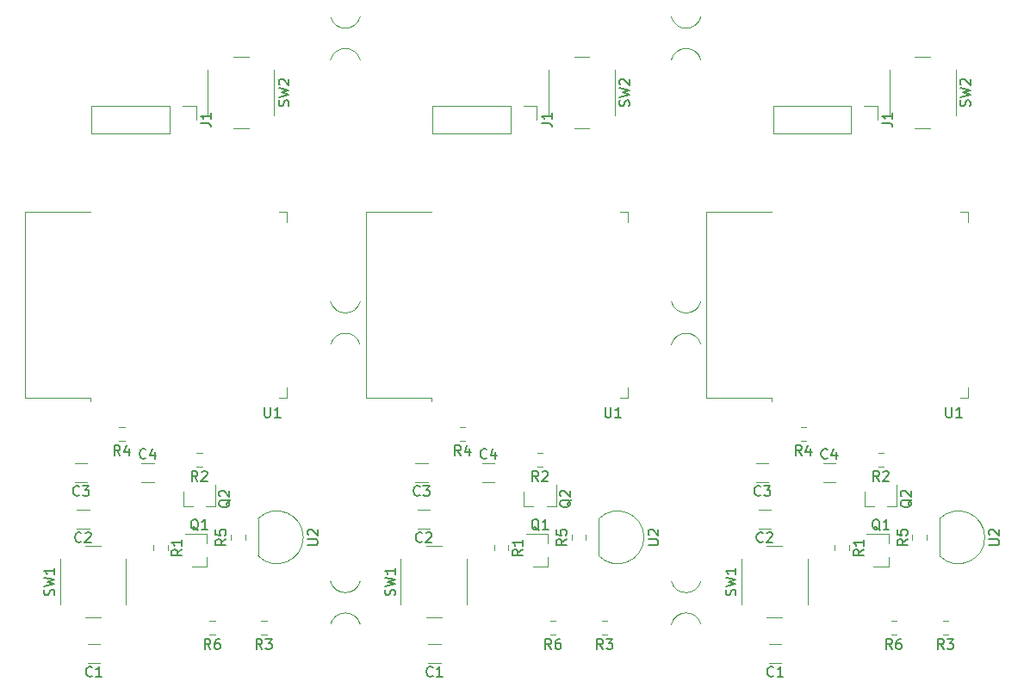
<source format=gbr>
G04 #@! TF.GenerationSoftware,KiCad,Pcbnew,5.1.6-c6e7f7d~87~ubuntu20.04.1*
G04 #@! TF.CreationDate,2020-11-03T14:00:41+02:00*
G04 #@! TF.ProjectId,temp_monitor,74656d70-5f6d-46f6-9e69-746f722e6b69,rev?*
G04 #@! TF.SameCoordinates,Original*
G04 #@! TF.FileFunction,Legend,Top*
G04 #@! TF.FilePolarity,Positive*
%FSLAX46Y46*%
G04 Gerber Fmt 4.6, Leading zero omitted, Abs format (unit mm)*
G04 Created by KiCad (PCBNEW 5.1.6-c6e7f7d~87~ubuntu20.04.1) date 2020-11-03 14:00:41*
%MOMM*%
%LPD*%
G01*
G04 APERTURE LIST*
%ADD10C,0.120000*%
%ADD11C,0.150000*%
G04 APERTURE END LIST*
D10*
X87044549Y-64620316D02*
G75*
G02*
X89949999Y-64600001I1455451J-379684D01*
G01*
X89955451Y-60379684D02*
G75*
G02*
X87050001Y-60399999I-1455451J379684D01*
G01*
X87044549Y-36620316D02*
G75*
G02*
X89949999Y-36600001I1455451J-379684D01*
G01*
X89955451Y-32379684D02*
G75*
G02*
X87050001Y-32399999I-1455451J379684D01*
G01*
X87044549Y-92120316D02*
G75*
G02*
X89949999Y-92100001I1455451J-379684D01*
G01*
X89955451Y-87879684D02*
G75*
G02*
X87050001Y-87899999I-1455451J379684D01*
G01*
X110990000Y-43326000D02*
X112490000Y-43326000D01*
X114990000Y-42076000D02*
X114990000Y-37576000D01*
X112490000Y-36326000D02*
X110990000Y-36326000D01*
X108490000Y-37576000D02*
X108490000Y-42076000D01*
X77490000Y-43326000D02*
X78990000Y-43326000D01*
X81490000Y-42076000D02*
X81490000Y-37576000D01*
X78990000Y-36326000D02*
X77490000Y-36326000D01*
X74990000Y-37576000D02*
X74990000Y-42076000D01*
X110740000Y-83827252D02*
X110740000Y-83304748D01*
X112160000Y-83827252D02*
X112160000Y-83304748D01*
X77240000Y-83827252D02*
X77240000Y-83304748D01*
X78660000Y-83827252D02*
X78660000Y-83304748D01*
X109171252Y-91746000D02*
X108648748Y-91746000D01*
X109171252Y-93166000D02*
X108648748Y-93166000D01*
X75671252Y-91746000D02*
X75148748Y-91746000D01*
X75671252Y-93166000D02*
X75148748Y-93166000D01*
X100440000Y-90186000D02*
X100440000Y-85686000D01*
X96440000Y-91436000D02*
X97940000Y-91436000D01*
X93940000Y-85686000D02*
X93940000Y-90186000D01*
X97940000Y-84436000D02*
X96440000Y-84436000D01*
X66940000Y-90186000D02*
X66940000Y-85686000D01*
X62940000Y-91436000D02*
X64440000Y-91436000D01*
X60440000Y-85686000D02*
X60440000Y-90186000D01*
X64440000Y-84436000D02*
X62940000Y-84436000D01*
X96925000Y-69826000D02*
X96925000Y-70206000D01*
X90505000Y-69826000D02*
X96925000Y-69826000D01*
X90505000Y-51586000D02*
X96925000Y-51586000D01*
X90505000Y-69826000D02*
X90505000Y-51586000D01*
X116250000Y-51586000D02*
X116250000Y-52586000D01*
X115470000Y-51586000D02*
X116250000Y-51586000D01*
X116250000Y-69826000D02*
X116250000Y-68826000D01*
X115470000Y-69826000D02*
X116250000Y-69826000D01*
X63425000Y-69826000D02*
X63425000Y-70206000D01*
X57005000Y-69826000D02*
X63425000Y-69826000D01*
X57005000Y-51586000D02*
X63425000Y-51586000D01*
X57005000Y-69826000D02*
X57005000Y-51586000D01*
X82750000Y-51586000D02*
X82750000Y-52586000D01*
X81970000Y-51586000D02*
X82750000Y-51586000D01*
X82750000Y-69826000D02*
X82750000Y-68826000D01*
X81970000Y-69826000D02*
X82750000Y-69826000D01*
X113410000Y-81766000D02*
X113410000Y-85366000D01*
X113421522Y-85404478D02*
G75*
G03*
X117860000Y-83566000I1838478J1838478D01*
G01*
X113421522Y-81727522D02*
G75*
G02*
X117860000Y-83566000I1838478J-1838478D01*
G01*
X79910000Y-81766000D02*
X79910000Y-85366000D01*
X79921522Y-85404478D02*
G75*
G03*
X84360000Y-83566000I1838478J1838478D01*
G01*
X79921522Y-81727522D02*
G75*
G02*
X84360000Y-83566000I1838478J-1838478D01*
G01*
X107901252Y-76656000D02*
X107378748Y-76656000D01*
X107901252Y-75236000D02*
X107378748Y-75236000D01*
X74401252Y-76656000D02*
X73878748Y-76656000D01*
X74401252Y-75236000D02*
X73878748Y-75236000D01*
X103120000Y-84329748D02*
X103120000Y-84852252D01*
X104540000Y-84329748D02*
X104540000Y-84852252D01*
X69620000Y-84329748D02*
X69620000Y-84852252D01*
X71040000Y-84329748D02*
X71040000Y-84852252D01*
X106060000Y-80516000D02*
X106990000Y-80516000D01*
X109220000Y-80516000D02*
X108290000Y-80516000D01*
X109220000Y-80516000D02*
X109220000Y-78356000D01*
X106060000Y-80516000D02*
X106060000Y-79056000D01*
X72560000Y-80516000D02*
X73490000Y-80516000D01*
X75720000Y-80516000D02*
X74790000Y-80516000D01*
X75720000Y-80516000D02*
X75720000Y-78356000D01*
X72560000Y-80516000D02*
X72560000Y-79056000D01*
X97864564Y-95906000D02*
X96660436Y-95906000D01*
X97864564Y-94086000D02*
X96660436Y-94086000D01*
X64364564Y-95906000D02*
X63160436Y-95906000D01*
X64364564Y-94086000D02*
X63160436Y-94086000D01*
X114251252Y-93166000D02*
X113728748Y-93166000D01*
X114251252Y-91746000D02*
X113728748Y-91746000D01*
X80751252Y-93166000D02*
X80228748Y-93166000D01*
X80751252Y-91746000D02*
X80228748Y-91746000D01*
X100281252Y-72696000D02*
X99758748Y-72696000D01*
X100281252Y-74116000D02*
X99758748Y-74116000D01*
X66781252Y-72696000D02*
X66258748Y-72696000D01*
X66781252Y-74116000D02*
X66258748Y-74116000D01*
X96812064Y-80878000D02*
X95607936Y-80878000D01*
X96812064Y-82698000D02*
X95607936Y-82698000D01*
X63312064Y-80878000D02*
X62107936Y-80878000D01*
X63312064Y-82698000D02*
X62107936Y-82698000D01*
X101957936Y-78126000D02*
X103162064Y-78126000D01*
X101957936Y-76306000D02*
X103162064Y-76306000D01*
X68457936Y-78126000D02*
X69662064Y-78126000D01*
X68457936Y-76306000D02*
X69662064Y-76306000D01*
X96594564Y-78126000D02*
X95390436Y-78126000D01*
X96594564Y-76306000D02*
X95390436Y-76306000D01*
X63094564Y-78126000D02*
X61890436Y-78126000D01*
X63094564Y-76306000D02*
X61890436Y-76306000D01*
X107330000Y-41170000D02*
X107330000Y-42500000D01*
X106000000Y-41170000D02*
X107330000Y-41170000D01*
X104730000Y-41170000D02*
X104730000Y-43830000D01*
X104730000Y-43830000D02*
X97050000Y-43830000D01*
X104730000Y-41170000D02*
X97050000Y-41170000D01*
X97050000Y-41170000D02*
X97050000Y-43830000D01*
X73830000Y-41170000D02*
X73830000Y-42500000D01*
X72500000Y-41170000D02*
X73830000Y-41170000D01*
X71230000Y-41170000D02*
X71230000Y-43830000D01*
X71230000Y-43830000D02*
X63550000Y-43830000D01*
X71230000Y-41170000D02*
X63550000Y-41170000D01*
X63550000Y-41170000D02*
X63550000Y-43830000D01*
X108400000Y-86416000D02*
X106940000Y-86416000D01*
X108400000Y-83256000D02*
X106240000Y-83256000D01*
X108400000Y-83256000D02*
X108400000Y-84186000D01*
X108400000Y-86416000D02*
X108400000Y-85486000D01*
X74900000Y-86416000D02*
X73440000Y-86416000D01*
X74900000Y-83256000D02*
X72740000Y-83256000D01*
X74900000Y-83256000D02*
X74900000Y-84186000D01*
X74900000Y-86416000D02*
X74900000Y-85486000D01*
X56455451Y-87879684D02*
G75*
G02*
X53550001Y-87899999I-1455451J379684D01*
G01*
X53544549Y-92120316D02*
G75*
G02*
X56449999Y-92100001I1455451J-379684D01*
G01*
X56455451Y-60379684D02*
G75*
G02*
X53550001Y-60399999I-1455451J379684D01*
G01*
X53544549Y-64620316D02*
G75*
G02*
X56449999Y-64600001I1455451J-379684D01*
G01*
X56455451Y-32379684D02*
G75*
G02*
X53550001Y-32399999I-1455451J379684D01*
G01*
X53544549Y-36620316D02*
G75*
G02*
X56449999Y-36600001I1455451J-379684D01*
G01*
X30864564Y-94086000D02*
X29660436Y-94086000D01*
X30864564Y-95906000D02*
X29660436Y-95906000D01*
X29812064Y-82698000D02*
X28607936Y-82698000D01*
X29812064Y-80878000D02*
X28607936Y-80878000D01*
X29594564Y-76306000D02*
X28390436Y-76306000D01*
X29594564Y-78126000D02*
X28390436Y-78126000D01*
X34957936Y-76306000D02*
X36162064Y-76306000D01*
X34957936Y-78126000D02*
X36162064Y-78126000D01*
X30050000Y-41170000D02*
X30050000Y-43830000D01*
X37730000Y-41170000D02*
X30050000Y-41170000D01*
X37730000Y-43830000D02*
X30050000Y-43830000D01*
X37730000Y-41170000D02*
X37730000Y-43830000D01*
X39000000Y-41170000D02*
X40330000Y-41170000D01*
X40330000Y-41170000D02*
X40330000Y-42500000D01*
X41400000Y-86416000D02*
X41400000Y-85486000D01*
X41400000Y-83256000D02*
X41400000Y-84186000D01*
X41400000Y-83256000D02*
X39240000Y-83256000D01*
X41400000Y-86416000D02*
X39940000Y-86416000D01*
X39060000Y-80516000D02*
X39060000Y-79056000D01*
X42220000Y-80516000D02*
X42220000Y-78356000D01*
X42220000Y-80516000D02*
X41290000Y-80516000D01*
X39060000Y-80516000D02*
X39990000Y-80516000D01*
X37540000Y-84329748D02*
X37540000Y-84852252D01*
X36120000Y-84329748D02*
X36120000Y-84852252D01*
X40901252Y-75236000D02*
X40378748Y-75236000D01*
X40901252Y-76656000D02*
X40378748Y-76656000D01*
X47251252Y-91746000D02*
X46728748Y-91746000D01*
X47251252Y-93166000D02*
X46728748Y-93166000D01*
X33281252Y-74116000D02*
X32758748Y-74116000D01*
X33281252Y-72696000D02*
X32758748Y-72696000D01*
X45160000Y-83827252D02*
X45160000Y-83304748D01*
X43740000Y-83827252D02*
X43740000Y-83304748D01*
X42171252Y-93166000D02*
X41648748Y-93166000D01*
X42171252Y-91746000D02*
X41648748Y-91746000D01*
X30940000Y-84436000D02*
X29440000Y-84436000D01*
X26940000Y-85686000D02*
X26940000Y-90186000D01*
X29440000Y-91436000D02*
X30940000Y-91436000D01*
X33440000Y-90186000D02*
X33440000Y-85686000D01*
X41490000Y-37576000D02*
X41490000Y-42076000D01*
X45490000Y-36326000D02*
X43990000Y-36326000D01*
X47990000Y-42076000D02*
X47990000Y-37576000D01*
X43990000Y-43326000D02*
X45490000Y-43326000D01*
X48470000Y-69826000D02*
X49250000Y-69826000D01*
X49250000Y-69826000D02*
X49250000Y-68826000D01*
X48470000Y-51586000D02*
X49250000Y-51586000D01*
X49250000Y-51586000D02*
X49250000Y-52586000D01*
X23505000Y-69826000D02*
X23505000Y-51586000D01*
X23505000Y-51586000D02*
X29925000Y-51586000D01*
X23505000Y-69826000D02*
X29925000Y-69826000D01*
X29925000Y-69826000D02*
X29925000Y-70206000D01*
X46410000Y-81766000D02*
X46410000Y-85366000D01*
X46421522Y-81727522D02*
G75*
G02*
X50860000Y-83566000I1838478J-1838478D01*
G01*
X46421522Y-85404478D02*
G75*
G03*
X50860000Y-83566000I1838478J1838478D01*
G01*
D11*
X116394761Y-41159333D02*
X116442380Y-41016476D01*
X116442380Y-40778380D01*
X116394761Y-40683142D01*
X116347142Y-40635523D01*
X116251904Y-40587904D01*
X116156666Y-40587904D01*
X116061428Y-40635523D01*
X116013809Y-40683142D01*
X115966190Y-40778380D01*
X115918571Y-40968857D01*
X115870952Y-41064095D01*
X115823333Y-41111714D01*
X115728095Y-41159333D01*
X115632857Y-41159333D01*
X115537619Y-41111714D01*
X115490000Y-41064095D01*
X115442380Y-40968857D01*
X115442380Y-40730761D01*
X115490000Y-40587904D01*
X115442380Y-40254571D02*
X116442380Y-40016476D01*
X115728095Y-39826000D01*
X116442380Y-39635523D01*
X115442380Y-39397428D01*
X115537619Y-39064095D02*
X115490000Y-39016476D01*
X115442380Y-38921238D01*
X115442380Y-38683142D01*
X115490000Y-38587904D01*
X115537619Y-38540285D01*
X115632857Y-38492666D01*
X115728095Y-38492666D01*
X115870952Y-38540285D01*
X116442380Y-39111714D01*
X116442380Y-38492666D01*
X82894761Y-41159333D02*
X82942380Y-41016476D01*
X82942380Y-40778380D01*
X82894761Y-40683142D01*
X82847142Y-40635523D01*
X82751904Y-40587904D01*
X82656666Y-40587904D01*
X82561428Y-40635523D01*
X82513809Y-40683142D01*
X82466190Y-40778380D01*
X82418571Y-40968857D01*
X82370952Y-41064095D01*
X82323333Y-41111714D01*
X82228095Y-41159333D01*
X82132857Y-41159333D01*
X82037619Y-41111714D01*
X81990000Y-41064095D01*
X81942380Y-40968857D01*
X81942380Y-40730761D01*
X81990000Y-40587904D01*
X81942380Y-40254571D02*
X82942380Y-40016476D01*
X82228095Y-39826000D01*
X82942380Y-39635523D01*
X81942380Y-39397428D01*
X82037619Y-39064095D02*
X81990000Y-39016476D01*
X81942380Y-38921238D01*
X81942380Y-38683142D01*
X81990000Y-38587904D01*
X82037619Y-38540285D01*
X82132857Y-38492666D01*
X82228095Y-38492666D01*
X82370952Y-38540285D01*
X82942380Y-39111714D01*
X82942380Y-38492666D01*
X110252380Y-83732666D02*
X109776190Y-84066000D01*
X110252380Y-84304095D02*
X109252380Y-84304095D01*
X109252380Y-83923142D01*
X109300000Y-83827904D01*
X109347619Y-83780285D01*
X109442857Y-83732666D01*
X109585714Y-83732666D01*
X109680952Y-83780285D01*
X109728571Y-83827904D01*
X109776190Y-83923142D01*
X109776190Y-84304095D01*
X109252380Y-82827904D02*
X109252380Y-83304095D01*
X109728571Y-83351714D01*
X109680952Y-83304095D01*
X109633333Y-83208857D01*
X109633333Y-82970761D01*
X109680952Y-82875523D01*
X109728571Y-82827904D01*
X109823809Y-82780285D01*
X110061904Y-82780285D01*
X110157142Y-82827904D01*
X110204761Y-82875523D01*
X110252380Y-82970761D01*
X110252380Y-83208857D01*
X110204761Y-83304095D01*
X110157142Y-83351714D01*
X76752380Y-83732666D02*
X76276190Y-84066000D01*
X76752380Y-84304095D02*
X75752380Y-84304095D01*
X75752380Y-83923142D01*
X75800000Y-83827904D01*
X75847619Y-83780285D01*
X75942857Y-83732666D01*
X76085714Y-83732666D01*
X76180952Y-83780285D01*
X76228571Y-83827904D01*
X76276190Y-83923142D01*
X76276190Y-84304095D01*
X75752380Y-82827904D02*
X75752380Y-83304095D01*
X76228571Y-83351714D01*
X76180952Y-83304095D01*
X76133333Y-83208857D01*
X76133333Y-82970761D01*
X76180952Y-82875523D01*
X76228571Y-82827904D01*
X76323809Y-82780285D01*
X76561904Y-82780285D01*
X76657142Y-82827904D01*
X76704761Y-82875523D01*
X76752380Y-82970761D01*
X76752380Y-83208857D01*
X76704761Y-83304095D01*
X76657142Y-83351714D01*
X108743333Y-94558380D02*
X108410000Y-94082190D01*
X108171904Y-94558380D02*
X108171904Y-93558380D01*
X108552857Y-93558380D01*
X108648095Y-93606000D01*
X108695714Y-93653619D01*
X108743333Y-93748857D01*
X108743333Y-93891714D01*
X108695714Y-93986952D01*
X108648095Y-94034571D01*
X108552857Y-94082190D01*
X108171904Y-94082190D01*
X109600476Y-93558380D02*
X109410000Y-93558380D01*
X109314761Y-93606000D01*
X109267142Y-93653619D01*
X109171904Y-93796476D01*
X109124285Y-93986952D01*
X109124285Y-94367904D01*
X109171904Y-94463142D01*
X109219523Y-94510761D01*
X109314761Y-94558380D01*
X109505238Y-94558380D01*
X109600476Y-94510761D01*
X109648095Y-94463142D01*
X109695714Y-94367904D01*
X109695714Y-94129809D01*
X109648095Y-94034571D01*
X109600476Y-93986952D01*
X109505238Y-93939333D01*
X109314761Y-93939333D01*
X109219523Y-93986952D01*
X109171904Y-94034571D01*
X109124285Y-94129809D01*
X75243333Y-94558380D02*
X74910000Y-94082190D01*
X74671904Y-94558380D02*
X74671904Y-93558380D01*
X75052857Y-93558380D01*
X75148095Y-93606000D01*
X75195714Y-93653619D01*
X75243333Y-93748857D01*
X75243333Y-93891714D01*
X75195714Y-93986952D01*
X75148095Y-94034571D01*
X75052857Y-94082190D01*
X74671904Y-94082190D01*
X76100476Y-93558380D02*
X75910000Y-93558380D01*
X75814761Y-93606000D01*
X75767142Y-93653619D01*
X75671904Y-93796476D01*
X75624285Y-93986952D01*
X75624285Y-94367904D01*
X75671904Y-94463142D01*
X75719523Y-94510761D01*
X75814761Y-94558380D01*
X76005238Y-94558380D01*
X76100476Y-94510761D01*
X76148095Y-94463142D01*
X76195714Y-94367904D01*
X76195714Y-94129809D01*
X76148095Y-94034571D01*
X76100476Y-93986952D01*
X76005238Y-93939333D01*
X75814761Y-93939333D01*
X75719523Y-93986952D01*
X75671904Y-94034571D01*
X75624285Y-94129809D01*
X93344761Y-89269333D02*
X93392380Y-89126476D01*
X93392380Y-88888380D01*
X93344761Y-88793142D01*
X93297142Y-88745523D01*
X93201904Y-88697904D01*
X93106666Y-88697904D01*
X93011428Y-88745523D01*
X92963809Y-88793142D01*
X92916190Y-88888380D01*
X92868571Y-89078857D01*
X92820952Y-89174095D01*
X92773333Y-89221714D01*
X92678095Y-89269333D01*
X92582857Y-89269333D01*
X92487619Y-89221714D01*
X92440000Y-89174095D01*
X92392380Y-89078857D01*
X92392380Y-88840761D01*
X92440000Y-88697904D01*
X92392380Y-88364571D02*
X93392380Y-88126476D01*
X92678095Y-87936000D01*
X93392380Y-87745523D01*
X92392380Y-87507428D01*
X93392380Y-86602666D02*
X93392380Y-87174095D01*
X93392380Y-86888380D02*
X92392380Y-86888380D01*
X92535238Y-86983619D01*
X92630476Y-87078857D01*
X92678095Y-87174095D01*
X59844761Y-89269333D02*
X59892380Y-89126476D01*
X59892380Y-88888380D01*
X59844761Y-88793142D01*
X59797142Y-88745523D01*
X59701904Y-88697904D01*
X59606666Y-88697904D01*
X59511428Y-88745523D01*
X59463809Y-88793142D01*
X59416190Y-88888380D01*
X59368571Y-89078857D01*
X59320952Y-89174095D01*
X59273333Y-89221714D01*
X59178095Y-89269333D01*
X59082857Y-89269333D01*
X58987619Y-89221714D01*
X58940000Y-89174095D01*
X58892380Y-89078857D01*
X58892380Y-88840761D01*
X58940000Y-88697904D01*
X58892380Y-88364571D02*
X59892380Y-88126476D01*
X59178095Y-87936000D01*
X59892380Y-87745523D01*
X58892380Y-87507428D01*
X59892380Y-86602666D02*
X59892380Y-87174095D01*
X59892380Y-86888380D02*
X58892380Y-86888380D01*
X59035238Y-86983619D01*
X59130476Y-87078857D01*
X59178095Y-87174095D01*
X114038095Y-70768380D02*
X114038095Y-71577904D01*
X114085714Y-71673142D01*
X114133333Y-71720761D01*
X114228571Y-71768380D01*
X114419047Y-71768380D01*
X114514285Y-71720761D01*
X114561904Y-71673142D01*
X114609523Y-71577904D01*
X114609523Y-70768380D01*
X115609523Y-71768380D02*
X115038095Y-71768380D01*
X115323809Y-71768380D02*
X115323809Y-70768380D01*
X115228571Y-70911238D01*
X115133333Y-71006476D01*
X115038095Y-71054095D01*
X80538095Y-70768380D02*
X80538095Y-71577904D01*
X80585714Y-71673142D01*
X80633333Y-71720761D01*
X80728571Y-71768380D01*
X80919047Y-71768380D01*
X81014285Y-71720761D01*
X81061904Y-71673142D01*
X81109523Y-71577904D01*
X81109523Y-70768380D01*
X82109523Y-71768380D02*
X81538095Y-71768380D01*
X81823809Y-71768380D02*
X81823809Y-70768380D01*
X81728571Y-70911238D01*
X81633333Y-71006476D01*
X81538095Y-71054095D01*
X118272380Y-84327904D02*
X119081904Y-84327904D01*
X119177142Y-84280285D01*
X119224761Y-84232666D01*
X119272380Y-84137428D01*
X119272380Y-83946952D01*
X119224761Y-83851714D01*
X119177142Y-83804095D01*
X119081904Y-83756476D01*
X118272380Y-83756476D01*
X118367619Y-83327904D02*
X118320000Y-83280285D01*
X118272380Y-83185047D01*
X118272380Y-82946952D01*
X118320000Y-82851714D01*
X118367619Y-82804095D01*
X118462857Y-82756476D01*
X118558095Y-82756476D01*
X118700952Y-82804095D01*
X119272380Y-83375523D01*
X119272380Y-82756476D01*
X84772380Y-84327904D02*
X85581904Y-84327904D01*
X85677142Y-84280285D01*
X85724761Y-84232666D01*
X85772380Y-84137428D01*
X85772380Y-83946952D01*
X85724761Y-83851714D01*
X85677142Y-83804095D01*
X85581904Y-83756476D01*
X84772380Y-83756476D01*
X84867619Y-83327904D02*
X84820000Y-83280285D01*
X84772380Y-83185047D01*
X84772380Y-82946952D01*
X84820000Y-82851714D01*
X84867619Y-82804095D01*
X84962857Y-82756476D01*
X85058095Y-82756476D01*
X85200952Y-82804095D01*
X85772380Y-83375523D01*
X85772380Y-82756476D01*
X107473333Y-78048380D02*
X107140000Y-77572190D01*
X106901904Y-78048380D02*
X106901904Y-77048380D01*
X107282857Y-77048380D01*
X107378095Y-77096000D01*
X107425714Y-77143619D01*
X107473333Y-77238857D01*
X107473333Y-77381714D01*
X107425714Y-77476952D01*
X107378095Y-77524571D01*
X107282857Y-77572190D01*
X106901904Y-77572190D01*
X107854285Y-77143619D02*
X107901904Y-77096000D01*
X107997142Y-77048380D01*
X108235238Y-77048380D01*
X108330476Y-77096000D01*
X108378095Y-77143619D01*
X108425714Y-77238857D01*
X108425714Y-77334095D01*
X108378095Y-77476952D01*
X107806666Y-78048380D01*
X108425714Y-78048380D01*
X73973333Y-78048380D02*
X73640000Y-77572190D01*
X73401904Y-78048380D02*
X73401904Y-77048380D01*
X73782857Y-77048380D01*
X73878095Y-77096000D01*
X73925714Y-77143619D01*
X73973333Y-77238857D01*
X73973333Y-77381714D01*
X73925714Y-77476952D01*
X73878095Y-77524571D01*
X73782857Y-77572190D01*
X73401904Y-77572190D01*
X74354285Y-77143619D02*
X74401904Y-77096000D01*
X74497142Y-77048380D01*
X74735238Y-77048380D01*
X74830476Y-77096000D01*
X74878095Y-77143619D01*
X74925714Y-77238857D01*
X74925714Y-77334095D01*
X74878095Y-77476952D01*
X74306666Y-78048380D01*
X74925714Y-78048380D01*
X105932380Y-84757666D02*
X105456190Y-85091000D01*
X105932380Y-85329095D02*
X104932380Y-85329095D01*
X104932380Y-84948142D01*
X104980000Y-84852904D01*
X105027619Y-84805285D01*
X105122857Y-84757666D01*
X105265714Y-84757666D01*
X105360952Y-84805285D01*
X105408571Y-84852904D01*
X105456190Y-84948142D01*
X105456190Y-85329095D01*
X105932380Y-83805285D02*
X105932380Y-84376714D01*
X105932380Y-84091000D02*
X104932380Y-84091000D01*
X105075238Y-84186238D01*
X105170476Y-84281476D01*
X105218095Y-84376714D01*
X72432380Y-84757666D02*
X71956190Y-85091000D01*
X72432380Y-85329095D02*
X71432380Y-85329095D01*
X71432380Y-84948142D01*
X71480000Y-84852904D01*
X71527619Y-84805285D01*
X71622857Y-84757666D01*
X71765714Y-84757666D01*
X71860952Y-84805285D01*
X71908571Y-84852904D01*
X71956190Y-84948142D01*
X71956190Y-85329095D01*
X72432380Y-83805285D02*
X72432380Y-84376714D01*
X72432380Y-84091000D02*
X71432380Y-84091000D01*
X71575238Y-84186238D01*
X71670476Y-84281476D01*
X71718095Y-84376714D01*
X110687619Y-79851238D02*
X110640000Y-79946476D01*
X110544761Y-80041714D01*
X110401904Y-80184571D01*
X110354285Y-80279809D01*
X110354285Y-80375047D01*
X110592380Y-80327428D02*
X110544761Y-80422666D01*
X110449523Y-80517904D01*
X110259047Y-80565523D01*
X109925714Y-80565523D01*
X109735238Y-80517904D01*
X109640000Y-80422666D01*
X109592380Y-80327428D01*
X109592380Y-80136952D01*
X109640000Y-80041714D01*
X109735238Y-79946476D01*
X109925714Y-79898857D01*
X110259047Y-79898857D01*
X110449523Y-79946476D01*
X110544761Y-80041714D01*
X110592380Y-80136952D01*
X110592380Y-80327428D01*
X109687619Y-79517904D02*
X109640000Y-79470285D01*
X109592380Y-79375047D01*
X109592380Y-79136952D01*
X109640000Y-79041714D01*
X109687619Y-78994095D01*
X109782857Y-78946476D01*
X109878095Y-78946476D01*
X110020952Y-78994095D01*
X110592380Y-79565523D01*
X110592380Y-78946476D01*
X77187619Y-79851238D02*
X77140000Y-79946476D01*
X77044761Y-80041714D01*
X76901904Y-80184571D01*
X76854285Y-80279809D01*
X76854285Y-80375047D01*
X77092380Y-80327428D02*
X77044761Y-80422666D01*
X76949523Y-80517904D01*
X76759047Y-80565523D01*
X76425714Y-80565523D01*
X76235238Y-80517904D01*
X76140000Y-80422666D01*
X76092380Y-80327428D01*
X76092380Y-80136952D01*
X76140000Y-80041714D01*
X76235238Y-79946476D01*
X76425714Y-79898857D01*
X76759047Y-79898857D01*
X76949523Y-79946476D01*
X77044761Y-80041714D01*
X77092380Y-80136952D01*
X77092380Y-80327428D01*
X76187619Y-79517904D02*
X76140000Y-79470285D01*
X76092380Y-79375047D01*
X76092380Y-79136952D01*
X76140000Y-79041714D01*
X76187619Y-78994095D01*
X76282857Y-78946476D01*
X76378095Y-78946476D01*
X76520952Y-78994095D01*
X77092380Y-79565523D01*
X77092380Y-78946476D01*
X97095833Y-97173142D02*
X97048214Y-97220761D01*
X96905357Y-97268380D01*
X96810119Y-97268380D01*
X96667261Y-97220761D01*
X96572023Y-97125523D01*
X96524404Y-97030285D01*
X96476785Y-96839809D01*
X96476785Y-96696952D01*
X96524404Y-96506476D01*
X96572023Y-96411238D01*
X96667261Y-96316000D01*
X96810119Y-96268380D01*
X96905357Y-96268380D01*
X97048214Y-96316000D01*
X97095833Y-96363619D01*
X98048214Y-97268380D02*
X97476785Y-97268380D01*
X97762500Y-97268380D02*
X97762500Y-96268380D01*
X97667261Y-96411238D01*
X97572023Y-96506476D01*
X97476785Y-96554095D01*
X63595833Y-97173142D02*
X63548214Y-97220761D01*
X63405357Y-97268380D01*
X63310119Y-97268380D01*
X63167261Y-97220761D01*
X63072023Y-97125523D01*
X63024404Y-97030285D01*
X62976785Y-96839809D01*
X62976785Y-96696952D01*
X63024404Y-96506476D01*
X63072023Y-96411238D01*
X63167261Y-96316000D01*
X63310119Y-96268380D01*
X63405357Y-96268380D01*
X63548214Y-96316000D01*
X63595833Y-96363619D01*
X64548214Y-97268380D02*
X63976785Y-97268380D01*
X64262500Y-97268380D02*
X64262500Y-96268380D01*
X64167261Y-96411238D01*
X64072023Y-96506476D01*
X63976785Y-96554095D01*
X113823333Y-94558380D02*
X113490000Y-94082190D01*
X113251904Y-94558380D02*
X113251904Y-93558380D01*
X113632857Y-93558380D01*
X113728095Y-93606000D01*
X113775714Y-93653619D01*
X113823333Y-93748857D01*
X113823333Y-93891714D01*
X113775714Y-93986952D01*
X113728095Y-94034571D01*
X113632857Y-94082190D01*
X113251904Y-94082190D01*
X114156666Y-93558380D02*
X114775714Y-93558380D01*
X114442380Y-93939333D01*
X114585238Y-93939333D01*
X114680476Y-93986952D01*
X114728095Y-94034571D01*
X114775714Y-94129809D01*
X114775714Y-94367904D01*
X114728095Y-94463142D01*
X114680476Y-94510761D01*
X114585238Y-94558380D01*
X114299523Y-94558380D01*
X114204285Y-94510761D01*
X114156666Y-94463142D01*
X80323333Y-94558380D02*
X79990000Y-94082190D01*
X79751904Y-94558380D02*
X79751904Y-93558380D01*
X80132857Y-93558380D01*
X80228095Y-93606000D01*
X80275714Y-93653619D01*
X80323333Y-93748857D01*
X80323333Y-93891714D01*
X80275714Y-93986952D01*
X80228095Y-94034571D01*
X80132857Y-94082190D01*
X79751904Y-94082190D01*
X80656666Y-93558380D02*
X81275714Y-93558380D01*
X80942380Y-93939333D01*
X81085238Y-93939333D01*
X81180476Y-93986952D01*
X81228095Y-94034571D01*
X81275714Y-94129809D01*
X81275714Y-94367904D01*
X81228095Y-94463142D01*
X81180476Y-94510761D01*
X81085238Y-94558380D01*
X80799523Y-94558380D01*
X80704285Y-94510761D01*
X80656666Y-94463142D01*
X99853333Y-75508380D02*
X99520000Y-75032190D01*
X99281904Y-75508380D02*
X99281904Y-74508380D01*
X99662857Y-74508380D01*
X99758095Y-74556000D01*
X99805714Y-74603619D01*
X99853333Y-74698857D01*
X99853333Y-74841714D01*
X99805714Y-74936952D01*
X99758095Y-74984571D01*
X99662857Y-75032190D01*
X99281904Y-75032190D01*
X100710476Y-74841714D02*
X100710476Y-75508380D01*
X100472380Y-74460761D02*
X100234285Y-75175047D01*
X100853333Y-75175047D01*
X66353333Y-75508380D02*
X66020000Y-75032190D01*
X65781904Y-75508380D02*
X65781904Y-74508380D01*
X66162857Y-74508380D01*
X66258095Y-74556000D01*
X66305714Y-74603619D01*
X66353333Y-74698857D01*
X66353333Y-74841714D01*
X66305714Y-74936952D01*
X66258095Y-74984571D01*
X66162857Y-75032190D01*
X65781904Y-75032190D01*
X67210476Y-74841714D02*
X67210476Y-75508380D01*
X66972380Y-74460761D02*
X66734285Y-75175047D01*
X67353333Y-75175047D01*
X96043333Y-83965142D02*
X95995714Y-84012761D01*
X95852857Y-84060380D01*
X95757619Y-84060380D01*
X95614761Y-84012761D01*
X95519523Y-83917523D01*
X95471904Y-83822285D01*
X95424285Y-83631809D01*
X95424285Y-83488952D01*
X95471904Y-83298476D01*
X95519523Y-83203238D01*
X95614761Y-83108000D01*
X95757619Y-83060380D01*
X95852857Y-83060380D01*
X95995714Y-83108000D01*
X96043333Y-83155619D01*
X96424285Y-83155619D02*
X96471904Y-83108000D01*
X96567142Y-83060380D01*
X96805238Y-83060380D01*
X96900476Y-83108000D01*
X96948095Y-83155619D01*
X96995714Y-83250857D01*
X96995714Y-83346095D01*
X96948095Y-83488952D01*
X96376666Y-84060380D01*
X96995714Y-84060380D01*
X62543333Y-83965142D02*
X62495714Y-84012761D01*
X62352857Y-84060380D01*
X62257619Y-84060380D01*
X62114761Y-84012761D01*
X62019523Y-83917523D01*
X61971904Y-83822285D01*
X61924285Y-83631809D01*
X61924285Y-83488952D01*
X61971904Y-83298476D01*
X62019523Y-83203238D01*
X62114761Y-83108000D01*
X62257619Y-83060380D01*
X62352857Y-83060380D01*
X62495714Y-83108000D01*
X62543333Y-83155619D01*
X62924285Y-83155619D02*
X62971904Y-83108000D01*
X63067142Y-83060380D01*
X63305238Y-83060380D01*
X63400476Y-83108000D01*
X63448095Y-83155619D01*
X63495714Y-83250857D01*
X63495714Y-83346095D01*
X63448095Y-83488952D01*
X62876666Y-84060380D01*
X63495714Y-84060380D01*
X102393333Y-75753142D02*
X102345714Y-75800761D01*
X102202857Y-75848380D01*
X102107619Y-75848380D01*
X101964761Y-75800761D01*
X101869523Y-75705523D01*
X101821904Y-75610285D01*
X101774285Y-75419809D01*
X101774285Y-75276952D01*
X101821904Y-75086476D01*
X101869523Y-74991238D01*
X101964761Y-74896000D01*
X102107619Y-74848380D01*
X102202857Y-74848380D01*
X102345714Y-74896000D01*
X102393333Y-74943619D01*
X103250476Y-75181714D02*
X103250476Y-75848380D01*
X103012380Y-74800761D02*
X102774285Y-75515047D01*
X103393333Y-75515047D01*
X68893333Y-75753142D02*
X68845714Y-75800761D01*
X68702857Y-75848380D01*
X68607619Y-75848380D01*
X68464761Y-75800761D01*
X68369523Y-75705523D01*
X68321904Y-75610285D01*
X68274285Y-75419809D01*
X68274285Y-75276952D01*
X68321904Y-75086476D01*
X68369523Y-74991238D01*
X68464761Y-74896000D01*
X68607619Y-74848380D01*
X68702857Y-74848380D01*
X68845714Y-74896000D01*
X68893333Y-74943619D01*
X69750476Y-75181714D02*
X69750476Y-75848380D01*
X69512380Y-74800761D02*
X69274285Y-75515047D01*
X69893333Y-75515047D01*
X95825833Y-79393142D02*
X95778214Y-79440761D01*
X95635357Y-79488380D01*
X95540119Y-79488380D01*
X95397261Y-79440761D01*
X95302023Y-79345523D01*
X95254404Y-79250285D01*
X95206785Y-79059809D01*
X95206785Y-78916952D01*
X95254404Y-78726476D01*
X95302023Y-78631238D01*
X95397261Y-78536000D01*
X95540119Y-78488380D01*
X95635357Y-78488380D01*
X95778214Y-78536000D01*
X95825833Y-78583619D01*
X96159166Y-78488380D02*
X96778214Y-78488380D01*
X96444880Y-78869333D01*
X96587738Y-78869333D01*
X96682976Y-78916952D01*
X96730595Y-78964571D01*
X96778214Y-79059809D01*
X96778214Y-79297904D01*
X96730595Y-79393142D01*
X96682976Y-79440761D01*
X96587738Y-79488380D01*
X96302023Y-79488380D01*
X96206785Y-79440761D01*
X96159166Y-79393142D01*
X62325833Y-79393142D02*
X62278214Y-79440761D01*
X62135357Y-79488380D01*
X62040119Y-79488380D01*
X61897261Y-79440761D01*
X61802023Y-79345523D01*
X61754404Y-79250285D01*
X61706785Y-79059809D01*
X61706785Y-78916952D01*
X61754404Y-78726476D01*
X61802023Y-78631238D01*
X61897261Y-78536000D01*
X62040119Y-78488380D01*
X62135357Y-78488380D01*
X62278214Y-78536000D01*
X62325833Y-78583619D01*
X62659166Y-78488380D02*
X63278214Y-78488380D01*
X62944880Y-78869333D01*
X63087738Y-78869333D01*
X63182976Y-78916952D01*
X63230595Y-78964571D01*
X63278214Y-79059809D01*
X63278214Y-79297904D01*
X63230595Y-79393142D01*
X63182976Y-79440761D01*
X63087738Y-79488380D01*
X62802023Y-79488380D01*
X62706785Y-79440761D01*
X62659166Y-79393142D01*
X107782380Y-42833333D02*
X108496666Y-42833333D01*
X108639523Y-42880952D01*
X108734761Y-42976190D01*
X108782380Y-43119047D01*
X108782380Y-43214285D01*
X108782380Y-41833333D02*
X108782380Y-42404761D01*
X108782380Y-42119047D02*
X107782380Y-42119047D01*
X107925238Y-42214285D01*
X108020476Y-42309523D01*
X108068095Y-42404761D01*
X74282380Y-42833333D02*
X74996666Y-42833333D01*
X75139523Y-42880952D01*
X75234761Y-42976190D01*
X75282380Y-43119047D01*
X75282380Y-43214285D01*
X75282380Y-41833333D02*
X75282380Y-42404761D01*
X75282380Y-42119047D02*
X74282380Y-42119047D01*
X74425238Y-42214285D01*
X74520476Y-42309523D01*
X74568095Y-42404761D01*
X107544761Y-82883619D02*
X107449523Y-82836000D01*
X107354285Y-82740761D01*
X107211428Y-82597904D01*
X107116190Y-82550285D01*
X107020952Y-82550285D01*
X107068571Y-82788380D02*
X106973333Y-82740761D01*
X106878095Y-82645523D01*
X106830476Y-82455047D01*
X106830476Y-82121714D01*
X106878095Y-81931238D01*
X106973333Y-81836000D01*
X107068571Y-81788380D01*
X107259047Y-81788380D01*
X107354285Y-81836000D01*
X107449523Y-81931238D01*
X107497142Y-82121714D01*
X107497142Y-82455047D01*
X107449523Y-82645523D01*
X107354285Y-82740761D01*
X107259047Y-82788380D01*
X107068571Y-82788380D01*
X108449523Y-82788380D02*
X107878095Y-82788380D01*
X108163809Y-82788380D02*
X108163809Y-81788380D01*
X108068571Y-81931238D01*
X107973333Y-82026476D01*
X107878095Y-82074095D01*
X74044761Y-82883619D02*
X73949523Y-82836000D01*
X73854285Y-82740761D01*
X73711428Y-82597904D01*
X73616190Y-82550285D01*
X73520952Y-82550285D01*
X73568571Y-82788380D02*
X73473333Y-82740761D01*
X73378095Y-82645523D01*
X73330476Y-82455047D01*
X73330476Y-82121714D01*
X73378095Y-81931238D01*
X73473333Y-81836000D01*
X73568571Y-81788380D01*
X73759047Y-81788380D01*
X73854285Y-81836000D01*
X73949523Y-81931238D01*
X73997142Y-82121714D01*
X73997142Y-82455047D01*
X73949523Y-82645523D01*
X73854285Y-82740761D01*
X73759047Y-82788380D01*
X73568571Y-82788380D01*
X74949523Y-82788380D02*
X74378095Y-82788380D01*
X74663809Y-82788380D02*
X74663809Y-81788380D01*
X74568571Y-81931238D01*
X74473333Y-82026476D01*
X74378095Y-82074095D01*
X30095833Y-97173142D02*
X30048214Y-97220761D01*
X29905357Y-97268380D01*
X29810119Y-97268380D01*
X29667261Y-97220761D01*
X29572023Y-97125523D01*
X29524404Y-97030285D01*
X29476785Y-96839809D01*
X29476785Y-96696952D01*
X29524404Y-96506476D01*
X29572023Y-96411238D01*
X29667261Y-96316000D01*
X29810119Y-96268380D01*
X29905357Y-96268380D01*
X30048214Y-96316000D01*
X30095833Y-96363619D01*
X31048214Y-97268380D02*
X30476785Y-97268380D01*
X30762500Y-97268380D02*
X30762500Y-96268380D01*
X30667261Y-96411238D01*
X30572023Y-96506476D01*
X30476785Y-96554095D01*
X29043333Y-83965142D02*
X28995714Y-84012761D01*
X28852857Y-84060380D01*
X28757619Y-84060380D01*
X28614761Y-84012761D01*
X28519523Y-83917523D01*
X28471904Y-83822285D01*
X28424285Y-83631809D01*
X28424285Y-83488952D01*
X28471904Y-83298476D01*
X28519523Y-83203238D01*
X28614761Y-83108000D01*
X28757619Y-83060380D01*
X28852857Y-83060380D01*
X28995714Y-83108000D01*
X29043333Y-83155619D01*
X29424285Y-83155619D02*
X29471904Y-83108000D01*
X29567142Y-83060380D01*
X29805238Y-83060380D01*
X29900476Y-83108000D01*
X29948095Y-83155619D01*
X29995714Y-83250857D01*
X29995714Y-83346095D01*
X29948095Y-83488952D01*
X29376666Y-84060380D01*
X29995714Y-84060380D01*
X28825833Y-79393142D02*
X28778214Y-79440761D01*
X28635357Y-79488380D01*
X28540119Y-79488380D01*
X28397261Y-79440761D01*
X28302023Y-79345523D01*
X28254404Y-79250285D01*
X28206785Y-79059809D01*
X28206785Y-78916952D01*
X28254404Y-78726476D01*
X28302023Y-78631238D01*
X28397261Y-78536000D01*
X28540119Y-78488380D01*
X28635357Y-78488380D01*
X28778214Y-78536000D01*
X28825833Y-78583619D01*
X29159166Y-78488380D02*
X29778214Y-78488380D01*
X29444880Y-78869333D01*
X29587738Y-78869333D01*
X29682976Y-78916952D01*
X29730595Y-78964571D01*
X29778214Y-79059809D01*
X29778214Y-79297904D01*
X29730595Y-79393142D01*
X29682976Y-79440761D01*
X29587738Y-79488380D01*
X29302023Y-79488380D01*
X29206785Y-79440761D01*
X29159166Y-79393142D01*
X35393333Y-75753142D02*
X35345714Y-75800761D01*
X35202857Y-75848380D01*
X35107619Y-75848380D01*
X34964761Y-75800761D01*
X34869523Y-75705523D01*
X34821904Y-75610285D01*
X34774285Y-75419809D01*
X34774285Y-75276952D01*
X34821904Y-75086476D01*
X34869523Y-74991238D01*
X34964761Y-74896000D01*
X35107619Y-74848380D01*
X35202857Y-74848380D01*
X35345714Y-74896000D01*
X35393333Y-74943619D01*
X36250476Y-75181714D02*
X36250476Y-75848380D01*
X36012380Y-74800761D02*
X35774285Y-75515047D01*
X36393333Y-75515047D01*
X40782380Y-42833333D02*
X41496666Y-42833333D01*
X41639523Y-42880952D01*
X41734761Y-42976190D01*
X41782380Y-43119047D01*
X41782380Y-43214285D01*
X41782380Y-41833333D02*
X41782380Y-42404761D01*
X41782380Y-42119047D02*
X40782380Y-42119047D01*
X40925238Y-42214285D01*
X41020476Y-42309523D01*
X41068095Y-42404761D01*
X40544761Y-82883619D02*
X40449523Y-82836000D01*
X40354285Y-82740761D01*
X40211428Y-82597904D01*
X40116190Y-82550285D01*
X40020952Y-82550285D01*
X40068571Y-82788380D02*
X39973333Y-82740761D01*
X39878095Y-82645523D01*
X39830476Y-82455047D01*
X39830476Y-82121714D01*
X39878095Y-81931238D01*
X39973333Y-81836000D01*
X40068571Y-81788380D01*
X40259047Y-81788380D01*
X40354285Y-81836000D01*
X40449523Y-81931238D01*
X40497142Y-82121714D01*
X40497142Y-82455047D01*
X40449523Y-82645523D01*
X40354285Y-82740761D01*
X40259047Y-82788380D01*
X40068571Y-82788380D01*
X41449523Y-82788380D02*
X40878095Y-82788380D01*
X41163809Y-82788380D02*
X41163809Y-81788380D01*
X41068571Y-81931238D01*
X40973333Y-82026476D01*
X40878095Y-82074095D01*
X43687619Y-79851238D02*
X43640000Y-79946476D01*
X43544761Y-80041714D01*
X43401904Y-80184571D01*
X43354285Y-80279809D01*
X43354285Y-80375047D01*
X43592380Y-80327428D02*
X43544761Y-80422666D01*
X43449523Y-80517904D01*
X43259047Y-80565523D01*
X42925714Y-80565523D01*
X42735238Y-80517904D01*
X42640000Y-80422666D01*
X42592380Y-80327428D01*
X42592380Y-80136952D01*
X42640000Y-80041714D01*
X42735238Y-79946476D01*
X42925714Y-79898857D01*
X43259047Y-79898857D01*
X43449523Y-79946476D01*
X43544761Y-80041714D01*
X43592380Y-80136952D01*
X43592380Y-80327428D01*
X42687619Y-79517904D02*
X42640000Y-79470285D01*
X42592380Y-79375047D01*
X42592380Y-79136952D01*
X42640000Y-79041714D01*
X42687619Y-78994095D01*
X42782857Y-78946476D01*
X42878095Y-78946476D01*
X43020952Y-78994095D01*
X43592380Y-79565523D01*
X43592380Y-78946476D01*
X38932380Y-84757666D02*
X38456190Y-85091000D01*
X38932380Y-85329095D02*
X37932380Y-85329095D01*
X37932380Y-84948142D01*
X37980000Y-84852904D01*
X38027619Y-84805285D01*
X38122857Y-84757666D01*
X38265714Y-84757666D01*
X38360952Y-84805285D01*
X38408571Y-84852904D01*
X38456190Y-84948142D01*
X38456190Y-85329095D01*
X38932380Y-83805285D02*
X38932380Y-84376714D01*
X38932380Y-84091000D02*
X37932380Y-84091000D01*
X38075238Y-84186238D01*
X38170476Y-84281476D01*
X38218095Y-84376714D01*
X40473333Y-78048380D02*
X40140000Y-77572190D01*
X39901904Y-78048380D02*
X39901904Y-77048380D01*
X40282857Y-77048380D01*
X40378095Y-77096000D01*
X40425714Y-77143619D01*
X40473333Y-77238857D01*
X40473333Y-77381714D01*
X40425714Y-77476952D01*
X40378095Y-77524571D01*
X40282857Y-77572190D01*
X39901904Y-77572190D01*
X40854285Y-77143619D02*
X40901904Y-77096000D01*
X40997142Y-77048380D01*
X41235238Y-77048380D01*
X41330476Y-77096000D01*
X41378095Y-77143619D01*
X41425714Y-77238857D01*
X41425714Y-77334095D01*
X41378095Y-77476952D01*
X40806666Y-78048380D01*
X41425714Y-78048380D01*
X46823333Y-94558380D02*
X46490000Y-94082190D01*
X46251904Y-94558380D02*
X46251904Y-93558380D01*
X46632857Y-93558380D01*
X46728095Y-93606000D01*
X46775714Y-93653619D01*
X46823333Y-93748857D01*
X46823333Y-93891714D01*
X46775714Y-93986952D01*
X46728095Y-94034571D01*
X46632857Y-94082190D01*
X46251904Y-94082190D01*
X47156666Y-93558380D02*
X47775714Y-93558380D01*
X47442380Y-93939333D01*
X47585238Y-93939333D01*
X47680476Y-93986952D01*
X47728095Y-94034571D01*
X47775714Y-94129809D01*
X47775714Y-94367904D01*
X47728095Y-94463142D01*
X47680476Y-94510761D01*
X47585238Y-94558380D01*
X47299523Y-94558380D01*
X47204285Y-94510761D01*
X47156666Y-94463142D01*
X32853333Y-75508380D02*
X32520000Y-75032190D01*
X32281904Y-75508380D02*
X32281904Y-74508380D01*
X32662857Y-74508380D01*
X32758095Y-74556000D01*
X32805714Y-74603619D01*
X32853333Y-74698857D01*
X32853333Y-74841714D01*
X32805714Y-74936952D01*
X32758095Y-74984571D01*
X32662857Y-75032190D01*
X32281904Y-75032190D01*
X33710476Y-74841714D02*
X33710476Y-75508380D01*
X33472380Y-74460761D02*
X33234285Y-75175047D01*
X33853333Y-75175047D01*
X43252380Y-83732666D02*
X42776190Y-84066000D01*
X43252380Y-84304095D02*
X42252380Y-84304095D01*
X42252380Y-83923142D01*
X42300000Y-83827904D01*
X42347619Y-83780285D01*
X42442857Y-83732666D01*
X42585714Y-83732666D01*
X42680952Y-83780285D01*
X42728571Y-83827904D01*
X42776190Y-83923142D01*
X42776190Y-84304095D01*
X42252380Y-82827904D02*
X42252380Y-83304095D01*
X42728571Y-83351714D01*
X42680952Y-83304095D01*
X42633333Y-83208857D01*
X42633333Y-82970761D01*
X42680952Y-82875523D01*
X42728571Y-82827904D01*
X42823809Y-82780285D01*
X43061904Y-82780285D01*
X43157142Y-82827904D01*
X43204761Y-82875523D01*
X43252380Y-82970761D01*
X43252380Y-83208857D01*
X43204761Y-83304095D01*
X43157142Y-83351714D01*
X41743333Y-94558380D02*
X41410000Y-94082190D01*
X41171904Y-94558380D02*
X41171904Y-93558380D01*
X41552857Y-93558380D01*
X41648095Y-93606000D01*
X41695714Y-93653619D01*
X41743333Y-93748857D01*
X41743333Y-93891714D01*
X41695714Y-93986952D01*
X41648095Y-94034571D01*
X41552857Y-94082190D01*
X41171904Y-94082190D01*
X42600476Y-93558380D02*
X42410000Y-93558380D01*
X42314761Y-93606000D01*
X42267142Y-93653619D01*
X42171904Y-93796476D01*
X42124285Y-93986952D01*
X42124285Y-94367904D01*
X42171904Y-94463142D01*
X42219523Y-94510761D01*
X42314761Y-94558380D01*
X42505238Y-94558380D01*
X42600476Y-94510761D01*
X42648095Y-94463142D01*
X42695714Y-94367904D01*
X42695714Y-94129809D01*
X42648095Y-94034571D01*
X42600476Y-93986952D01*
X42505238Y-93939333D01*
X42314761Y-93939333D01*
X42219523Y-93986952D01*
X42171904Y-94034571D01*
X42124285Y-94129809D01*
X26344761Y-89269333D02*
X26392380Y-89126476D01*
X26392380Y-88888380D01*
X26344761Y-88793142D01*
X26297142Y-88745523D01*
X26201904Y-88697904D01*
X26106666Y-88697904D01*
X26011428Y-88745523D01*
X25963809Y-88793142D01*
X25916190Y-88888380D01*
X25868571Y-89078857D01*
X25820952Y-89174095D01*
X25773333Y-89221714D01*
X25678095Y-89269333D01*
X25582857Y-89269333D01*
X25487619Y-89221714D01*
X25440000Y-89174095D01*
X25392380Y-89078857D01*
X25392380Y-88840761D01*
X25440000Y-88697904D01*
X25392380Y-88364571D02*
X26392380Y-88126476D01*
X25678095Y-87936000D01*
X26392380Y-87745523D01*
X25392380Y-87507428D01*
X26392380Y-86602666D02*
X26392380Y-87174095D01*
X26392380Y-86888380D02*
X25392380Y-86888380D01*
X25535238Y-86983619D01*
X25630476Y-87078857D01*
X25678095Y-87174095D01*
X49394761Y-41159333D02*
X49442380Y-41016476D01*
X49442380Y-40778380D01*
X49394761Y-40683142D01*
X49347142Y-40635523D01*
X49251904Y-40587904D01*
X49156666Y-40587904D01*
X49061428Y-40635523D01*
X49013809Y-40683142D01*
X48966190Y-40778380D01*
X48918571Y-40968857D01*
X48870952Y-41064095D01*
X48823333Y-41111714D01*
X48728095Y-41159333D01*
X48632857Y-41159333D01*
X48537619Y-41111714D01*
X48490000Y-41064095D01*
X48442380Y-40968857D01*
X48442380Y-40730761D01*
X48490000Y-40587904D01*
X48442380Y-40254571D02*
X49442380Y-40016476D01*
X48728095Y-39826000D01*
X49442380Y-39635523D01*
X48442380Y-39397428D01*
X48537619Y-39064095D02*
X48490000Y-39016476D01*
X48442380Y-38921238D01*
X48442380Y-38683142D01*
X48490000Y-38587904D01*
X48537619Y-38540285D01*
X48632857Y-38492666D01*
X48728095Y-38492666D01*
X48870952Y-38540285D01*
X49442380Y-39111714D01*
X49442380Y-38492666D01*
X47038095Y-70768380D02*
X47038095Y-71577904D01*
X47085714Y-71673142D01*
X47133333Y-71720761D01*
X47228571Y-71768380D01*
X47419047Y-71768380D01*
X47514285Y-71720761D01*
X47561904Y-71673142D01*
X47609523Y-71577904D01*
X47609523Y-70768380D01*
X48609523Y-71768380D02*
X48038095Y-71768380D01*
X48323809Y-71768380D02*
X48323809Y-70768380D01*
X48228571Y-70911238D01*
X48133333Y-71006476D01*
X48038095Y-71054095D01*
X51272380Y-84327904D02*
X52081904Y-84327904D01*
X52177142Y-84280285D01*
X52224761Y-84232666D01*
X52272380Y-84137428D01*
X52272380Y-83946952D01*
X52224761Y-83851714D01*
X52177142Y-83804095D01*
X52081904Y-83756476D01*
X51272380Y-83756476D01*
X51367619Y-83327904D02*
X51320000Y-83280285D01*
X51272380Y-83185047D01*
X51272380Y-82946952D01*
X51320000Y-82851714D01*
X51367619Y-82804095D01*
X51462857Y-82756476D01*
X51558095Y-82756476D01*
X51700952Y-82804095D01*
X52272380Y-83375523D01*
X52272380Y-82756476D01*
M02*

</source>
